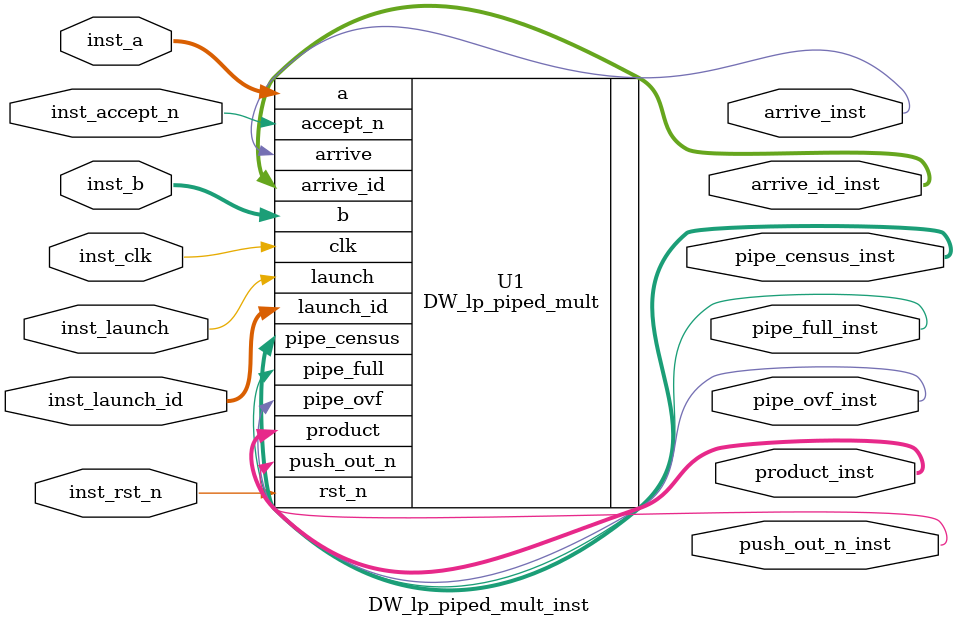
<source format=v>
module DW_lp_piped_mult_inst( inst_clk, inst_rst_n, inst_a, inst_b, product_inst, inst_launch, inst_launch_id, 
		inst_accept_n, arrive_inst, arrive_id_inst, pipe_full_inst, 
		pipe_ovf_inst, push_out_n_inst, pipe_census_inst );

parameter a_width = 8;
parameter b_width = 8;
parameter id_width = 8;
parameter in_reg = 0;
parameter stages = 3;
parameter out_reg = 0;
parameter tc_mode = 0;
parameter rst_mode = 0;
parameter op_iso_mode = 0;


`define census_width 2  // ceil(log2(max(1, in_reg+(stages-1)+out_reg)+1))

input inst_clk;
input inst_rst_n;
input [a_width-1:0] inst_a;
input [b_width-1:0] inst_b;
output [a_width+b_width-1:0] product_inst;
input inst_launch;
input [id_width-1 : 0] inst_launch_id;
input inst_accept_n;
output arrive_inst;
output [id_width-1 : 0] arrive_id_inst;
output pipe_full_inst;
output pipe_ovf_inst;
output push_out_n_inst;
output [`census_width-1 : 0] pipe_census_inst;

    // Instance of DW_lp_piped_mult
    DW_lp_piped_mult #(a_width, b_width, id_width, in_reg, stages, out_reg, tc_mode, rst_mode, op_iso_mode)
	  U1 ( .clk(inst_clk), 
               .rst_n(inst_rst_n), 
               .a(inst_a), .b(inst_b), 
               .product(product_inst), 
               .launch(inst_launch), 
               .launch_id(inst_launch_id), 
               .accept_n(inst_accept_n), 
               .arrive(arrive_inst), 
               .arrive_id(arrive_id_inst), 
               .pipe_full(pipe_full_inst), 
               .pipe_ovf(pipe_ovf_inst), 
               .push_out_n(push_out_n_inst), 
               .pipe_census(pipe_census_inst) 
               );

endmodule

</source>
